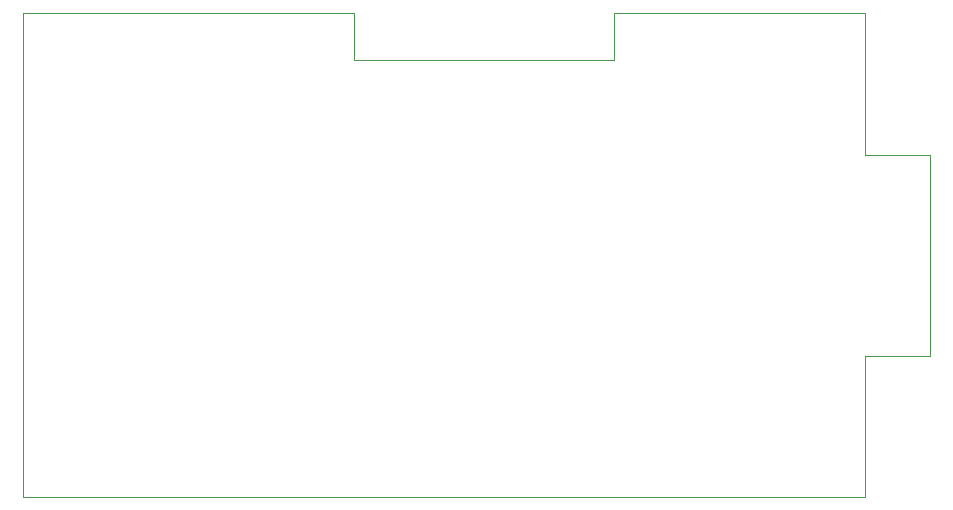
<source format=gm1>
%TF.GenerationSoftware,KiCad,Pcbnew,(6.0.11)*%
%TF.CreationDate,2023-02-26T00:32:28-05:00*%
%TF.ProjectId,IMU-pcb,494d552d-7063-4622-9e6b-696361645f70,rev?*%
%TF.SameCoordinates,Original*%
%TF.FileFunction,Profile,NP*%
%FSLAX46Y46*%
G04 Gerber Fmt 4.6, Leading zero omitted, Abs format (unit mm)*
G04 Created by KiCad (PCBNEW (6.0.11)) date 2023-02-26 00:32:28*
%MOMM*%
%LPD*%
G01*
G04 APERTURE LIST*
%TA.AperFunction,Profile*%
%ADD10C,0.100000*%
%TD*%
G04 APERTURE END LIST*
D10*
X181300000Y-98000000D02*
X181300000Y-110000000D01*
X110000000Y-110000000D02*
X110000000Y-69000000D01*
X160000000Y-69000000D02*
X160000000Y-73000000D01*
X138000000Y-73000000D02*
X160000000Y-73000000D01*
X110000000Y-110000000D02*
X181300000Y-110000000D01*
X110000000Y-69000000D02*
X138000000Y-69000000D01*
X138000000Y-69000000D02*
X138000000Y-73000000D01*
X186800000Y-81000000D02*
X181300000Y-81000000D01*
X186800000Y-98000000D02*
X186800000Y-81000000D01*
X181300000Y-81000000D02*
X181300000Y-69000000D01*
X160000000Y-69000000D02*
X181300000Y-69000000D01*
X181300000Y-98000000D02*
X186800000Y-98000000D01*
M02*

</source>
